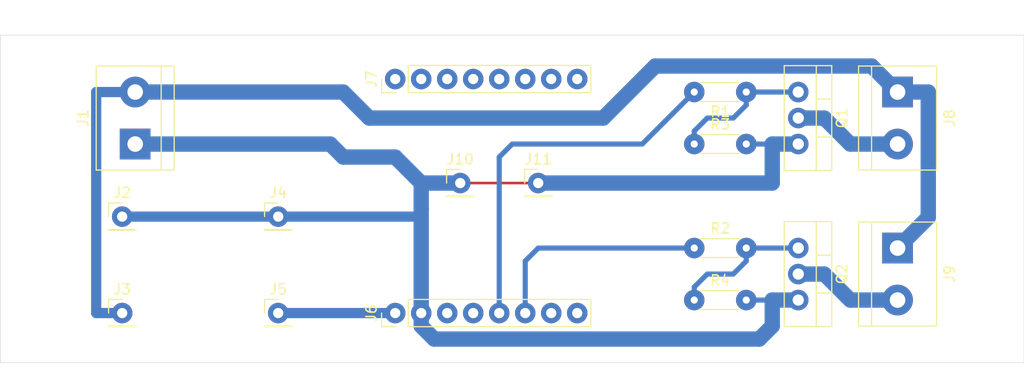
<source format=kicad_pcb>
(kicad_pcb (version 20171130) (host pcbnew "(5.1.7)-1")

  (general
    (thickness 1.6)
    (drawings 4)
    (tracks 59)
    (zones 0)
    (modules 17)
    (nets 10)
  )

  (page A4)
  (layers
    (0 F.Cu signal)
    (31 B.Cu signal)
    (32 B.Adhes user)
    (33 F.Adhes user)
    (34 B.Paste user)
    (35 F.Paste user)
    (36 B.SilkS user)
    (37 F.SilkS user)
    (38 B.Mask user)
    (39 F.Mask user)
    (40 Dwgs.User user)
    (41 Cmts.User user)
    (42 Eco1.User user)
    (43 Eco2.User user)
    (44 Edge.Cuts user)
    (45 Margin user)
    (46 B.CrtYd user)
    (47 F.CrtYd user)
    (48 B.Fab user)
    (49 F.Fab user)
  )

  (setup
    (last_trace_width 0.5)
    (user_trace_width 0.5)
    (user_trace_width 0.75)
    (user_trace_width 1)
    (user_trace_width 1.5)
    (user_trace_width 2)
    (trace_clearance 0.2)
    (zone_clearance 0.508)
    (zone_45_only no)
    (trace_min 0.2)
    (via_size 0.8)
    (via_drill 0.4)
    (via_min_size 0.4)
    (via_min_drill 0.3)
    (uvia_size 0.3)
    (uvia_drill 0.1)
    (uvias_allowed no)
    (uvia_min_size 0.2)
    (uvia_min_drill 0.1)
    (edge_width 0.05)
    (segment_width 0.2)
    (pcb_text_width 0.3)
    (pcb_text_size 1.5 1.5)
    (mod_edge_width 0.12)
    (mod_text_size 1 1)
    (mod_text_width 0.15)
    (pad_size 2 2)
    (pad_drill 1.1)
    (pad_to_mask_clearance 0)
    (aux_axis_origin 0 0)
    (visible_elements FFFFFF7F)
    (pcbplotparams
      (layerselection 0x010fc_ffffffff)
      (usegerberextensions false)
      (usegerberattributes true)
      (usegerberadvancedattributes true)
      (creategerberjobfile true)
      (excludeedgelayer true)
      (linewidth 0.100000)
      (plotframeref false)
      (viasonmask false)
      (mode 1)
      (useauxorigin false)
      (hpglpennumber 1)
      (hpglpenspeed 20)
      (hpglpendiameter 15.000000)
      (psnegative false)
      (psa4output false)
      (plotreference true)
      (plotvalue true)
      (plotinvisibletext false)
      (padsonsilk false)
      (subtractmaskfromsilk false)
      (outputformat 1)
      (mirror false)
      (drillshape 1)
      (scaleselection 1)
      (outputdirectory ""))
  )

  (net 0 "")
  (net 1 /gnd)
  (net 2 /12vdc)
  (net 3 /5vdc)
  (net 4 "Net-(Q1-Pad1)")
  (net 5 "Net-(Q2-Pad1)")
  (net 6 /d1)
  (net 7 /d2)
  (net 8 /led1)
  (net 9 /led2)

  (net_class Default "This is the default net class."
    (clearance 0.2)
    (trace_width 0.25)
    (via_dia 0.8)
    (via_drill 0.4)
    (uvia_dia 0.3)
    (uvia_drill 0.1)
    (add_net /12vdc)
    (add_net /5vdc)
    (add_net /d1)
    (add_net /d2)
    (add_net /gnd)
    (add_net /led1)
    (add_net /led2)
    (add_net "Net-(Q1-Pad1)")
    (add_net "Net-(Q2-Pad1)")
  )

  (module TerminalBlock:TerminalBlock_bornier-2_P5.08mm (layer F.Cu) (tedit 59FF03AB) (tstamp 5FFF3470)
    (at 43.18 40.64 90)
    (descr "simple 2-pin terminal block, pitch 5.08mm, revamped version of bornier2")
    (tags "terminal block bornier2")
    (path /5FFF1EFF)
    (fp_text reference J1 (at 2.54 -5.08 90) (layer F.SilkS)
      (effects (font (size 1 1) (thickness 0.15)))
    )
    (fp_text value Screw_Terminal_01x02 (at 2.54 5.08 90) (layer F.Fab)
      (effects (font (size 1 1) (thickness 0.15)))
    )
    (fp_line (start 7.79 4) (end -2.71 4) (layer F.CrtYd) (width 0.05))
    (fp_line (start 7.79 4) (end 7.79 -4) (layer F.CrtYd) (width 0.05))
    (fp_line (start -2.71 -4) (end -2.71 4) (layer F.CrtYd) (width 0.05))
    (fp_line (start -2.71 -4) (end 7.79 -4) (layer F.CrtYd) (width 0.05))
    (fp_line (start -2.54 3.81) (end 7.62 3.81) (layer F.SilkS) (width 0.12))
    (fp_line (start -2.54 -3.81) (end -2.54 3.81) (layer F.SilkS) (width 0.12))
    (fp_line (start 7.62 -3.81) (end -2.54 -3.81) (layer F.SilkS) (width 0.12))
    (fp_line (start 7.62 3.81) (end 7.62 -3.81) (layer F.SilkS) (width 0.12))
    (fp_line (start 7.62 2.54) (end -2.54 2.54) (layer F.SilkS) (width 0.12))
    (fp_line (start 7.54 -3.75) (end -2.46 -3.75) (layer F.Fab) (width 0.1))
    (fp_line (start 7.54 3.75) (end 7.54 -3.75) (layer F.Fab) (width 0.1))
    (fp_line (start -2.46 3.75) (end 7.54 3.75) (layer F.Fab) (width 0.1))
    (fp_line (start -2.46 -3.75) (end -2.46 3.75) (layer F.Fab) (width 0.1))
    (fp_line (start -2.41 2.55) (end 7.49 2.55) (layer F.Fab) (width 0.1))
    (fp_text user %R (at 2.54 0 90) (layer F.Fab)
      (effects (font (size 1 1) (thickness 0.15)))
    )
    (pad 1 thru_hole rect (at 0 0 90) (size 3 3) (drill 1.52) (layers *.Cu *.Mask)
      (net 1 /gnd))
    (pad 2 thru_hole circle (at 5.08 0 90) (size 3 3) (drill 1.52) (layers *.Cu *.Mask)
      (net 2 /12vdc))
    (model ${KISYS3DMOD}/TerminalBlock.3dshapes/TerminalBlock_bornier-2_P5.08mm.wrl
      (offset (xyz 2.539999961853027 0 0))
      (scale (xyz 1 1 1))
      (rotate (xyz 0 0 0))
    )
  )

  (module Connector_PinHeader_2.54mm:PinHeader_1x01_P2.54mm_Vertical (layer F.Cu) (tedit 5FFF407E) (tstamp 5FFF3485)
    (at 41.91 47.73)
    (descr "Through hole straight pin header, 1x01, 2.54mm pitch, single row")
    (tags "Through hole pin header THT 1x01 2.54mm single row")
    (path /600083E8)
    (fp_text reference J2 (at 0 -2.33) (layer F.SilkS)
      (effects (font (size 1 1) (thickness 0.15)))
    )
    (fp_text value Conn_01x01 (at 0 2.33) (layer F.Fab)
      (effects (font (size 1 1) (thickness 0.15)))
    )
    (fp_text user %R (at 0 0 90) (layer F.Fab)
      (effects (font (size 1 1) (thickness 0.15)))
    )
    (fp_line (start -0.635 -1.27) (end 1.27 -1.27) (layer F.Fab) (width 0.1))
    (fp_line (start 1.27 -1.27) (end 1.27 1.27) (layer F.Fab) (width 0.1))
    (fp_line (start 1.27 1.27) (end -1.27 1.27) (layer F.Fab) (width 0.1))
    (fp_line (start -1.27 1.27) (end -1.27 -0.635) (layer F.Fab) (width 0.1))
    (fp_line (start -1.27 -0.635) (end -0.635 -1.27) (layer F.Fab) (width 0.1))
    (fp_line (start -1.33 1.33) (end 1.33 1.33) (layer F.SilkS) (width 0.12))
    (fp_line (start -1.33 1.27) (end -1.33 1.33) (layer F.SilkS) (width 0.12))
    (fp_line (start 1.33 1.27) (end 1.33 1.33) (layer F.SilkS) (width 0.12))
    (fp_line (start -1.33 1.27) (end 1.33 1.27) (layer F.SilkS) (width 0.12))
    (fp_line (start -1.33 0) (end -1.33 -1.33) (layer F.SilkS) (width 0.12))
    (fp_line (start -1.33 -1.33) (end 0 -1.33) (layer F.SilkS) (width 0.12))
    (fp_line (start -1.8 -1.8) (end -1.8 1.8) (layer F.CrtYd) (width 0.05))
    (fp_line (start -1.8 1.8) (end 1.8 1.8) (layer F.CrtYd) (width 0.05))
    (fp_line (start 1.8 1.8) (end 1.8 -1.8) (layer F.CrtYd) (width 0.05))
    (fp_line (start 1.8 -1.8) (end -1.8 -1.8) (layer F.CrtYd) (width 0.05))
    (pad 1 thru_hole circle (at 0 0) (size 2 2) (drill 1) (layers *.Cu *.Mask)
      (net 1 /gnd))
    (model ${KISYS3DMOD}/Connector_PinHeader_2.54mm.3dshapes/PinHeader_1x01_P2.54mm_Vertical.wrl
      (at (xyz 0 0 0))
      (scale (xyz 1 1 1))
      (rotate (xyz 0 0 0))
    )
  )

  (module Connector_PinHeader_2.54mm:PinHeader_1x01_P2.54mm_Vertical (layer F.Cu) (tedit 5FFF3F48) (tstamp 5FFF349A)
    (at 41.91 57.15)
    (descr "Through hole straight pin header, 1x01, 2.54mm pitch, single row")
    (tags "Through hole pin header THT 1x01 2.54mm single row")
    (path /60008C9C)
    (fp_text reference J3 (at 0 -2.33) (layer F.SilkS)
      (effects (font (size 1 1) (thickness 0.15)))
    )
    (fp_text value Conn_01x01 (at 0 2.33) (layer F.Fab)
      (effects (font (size 1 1) (thickness 0.15)))
    )
    (fp_text user %R (at 0 0 90) (layer F.Fab)
      (effects (font (size 1 1) (thickness 0.15)))
    )
    (fp_line (start -0.635 -1.27) (end 1.27 -1.27) (layer F.Fab) (width 0.1))
    (fp_line (start 1.27 -1.27) (end 1.27 1.27) (layer F.Fab) (width 0.1))
    (fp_line (start 1.27 1.27) (end -1.27 1.27) (layer F.Fab) (width 0.1))
    (fp_line (start -1.27 1.27) (end -1.27 -0.635) (layer F.Fab) (width 0.1))
    (fp_line (start -1.27 -0.635) (end -0.635 -1.27) (layer F.Fab) (width 0.1))
    (fp_line (start -1.33 1.33) (end 1.33 1.33) (layer F.SilkS) (width 0.12))
    (fp_line (start -1.33 1.27) (end -1.33 1.33) (layer F.SilkS) (width 0.12))
    (fp_line (start 1.33 1.27) (end 1.33 1.33) (layer F.SilkS) (width 0.12))
    (fp_line (start -1.33 1.27) (end 1.33 1.27) (layer F.SilkS) (width 0.12))
    (fp_line (start -1.33 0) (end -1.33 -1.33) (layer F.SilkS) (width 0.12))
    (fp_line (start -1.33 -1.33) (end 0 -1.33) (layer F.SilkS) (width 0.12))
    (fp_line (start -1.8 -1.8) (end -1.8 1.8) (layer F.CrtYd) (width 0.05))
    (fp_line (start -1.8 1.8) (end 1.8 1.8) (layer F.CrtYd) (width 0.05))
    (fp_line (start 1.8 1.8) (end 1.8 -1.8) (layer F.CrtYd) (width 0.05))
    (fp_line (start 1.8 -1.8) (end -1.8 -1.8) (layer F.CrtYd) (width 0.05))
    (pad 1 thru_hole circle (at 0 0) (size 2 2) (drill 1) (layers *.Cu *.Mask)
      (net 2 /12vdc))
    (model ${KISYS3DMOD}/Connector_PinHeader_2.54mm.3dshapes/PinHeader_1x01_P2.54mm_Vertical.wrl
      (at (xyz 0 0 0))
      (scale (xyz 1 1 1))
      (rotate (xyz 0 0 0))
    )
  )

  (module Connector_PinHeader_2.54mm:PinHeader_1x01_P2.54mm_Vertical (layer F.Cu) (tedit 59FED5CC) (tstamp 5FFF34AF)
    (at 57.15 47.73)
    (descr "Through hole straight pin header, 1x01, 2.54mm pitch, single row")
    (tags "Through hole pin header THT 1x01 2.54mm single row")
    (path /60009069)
    (fp_text reference J4 (at 0 -2.33) (layer F.SilkS)
      (effects (font (size 1 1) (thickness 0.15)))
    )
    (fp_text value Conn_01x01 (at 0 2.33) (layer F.Fab)
      (effects (font (size 1 1) (thickness 0.15)))
    )
    (fp_line (start 1.8 -1.8) (end -1.8 -1.8) (layer F.CrtYd) (width 0.05))
    (fp_line (start 1.8 1.8) (end 1.8 -1.8) (layer F.CrtYd) (width 0.05))
    (fp_line (start -1.8 1.8) (end 1.8 1.8) (layer F.CrtYd) (width 0.05))
    (fp_line (start -1.8 -1.8) (end -1.8 1.8) (layer F.CrtYd) (width 0.05))
    (fp_line (start -1.33 -1.33) (end 0 -1.33) (layer F.SilkS) (width 0.12))
    (fp_line (start -1.33 0) (end -1.33 -1.33) (layer F.SilkS) (width 0.12))
    (fp_line (start -1.33 1.27) (end 1.33 1.27) (layer F.SilkS) (width 0.12))
    (fp_line (start 1.33 1.27) (end 1.33 1.33) (layer F.SilkS) (width 0.12))
    (fp_line (start -1.33 1.27) (end -1.33 1.33) (layer F.SilkS) (width 0.12))
    (fp_line (start -1.33 1.33) (end 1.33 1.33) (layer F.SilkS) (width 0.12))
    (fp_line (start -1.27 -0.635) (end -0.635 -1.27) (layer F.Fab) (width 0.1))
    (fp_line (start -1.27 1.27) (end -1.27 -0.635) (layer F.Fab) (width 0.1))
    (fp_line (start 1.27 1.27) (end -1.27 1.27) (layer F.Fab) (width 0.1))
    (fp_line (start 1.27 -1.27) (end 1.27 1.27) (layer F.Fab) (width 0.1))
    (fp_line (start -0.635 -1.27) (end 1.27 -1.27) (layer F.Fab) (width 0.1))
    (fp_text user %R (at 0 0 90) (layer F.Fab)
      (effects (font (size 1 1) (thickness 0.15)))
    )
    (pad 1 thru_hole circle (at 0 0) (size 2 2) (drill 1) (layers *.Cu *.Mask)
      (net 1 /gnd))
    (model ${KISYS3DMOD}/Connector_PinHeader_2.54mm.3dshapes/PinHeader_1x01_P2.54mm_Vertical.wrl
      (at (xyz 0 0 0))
      (scale (xyz 1 1 1))
      (rotate (xyz 0 0 0))
    )
  )

  (module Connector_PinHeader_2.54mm:PinHeader_1x01_P2.54mm_Vertical (layer F.Cu) (tedit 59FED5CC) (tstamp 5FFF34C4)
    (at 57.15 57.15)
    (descr "Through hole straight pin header, 1x01, 2.54mm pitch, single row")
    (tags "Through hole pin header THT 1x01 2.54mm single row")
    (path /60008E88)
    (fp_text reference J5 (at 0 -2.33) (layer F.SilkS)
      (effects (font (size 1 1) (thickness 0.15)))
    )
    (fp_text value Conn_01x01 (at 0 2.33) (layer F.Fab)
      (effects (font (size 1 1) (thickness 0.15)))
    )
    (fp_line (start 1.8 -1.8) (end -1.8 -1.8) (layer F.CrtYd) (width 0.05))
    (fp_line (start 1.8 1.8) (end 1.8 -1.8) (layer F.CrtYd) (width 0.05))
    (fp_line (start -1.8 1.8) (end 1.8 1.8) (layer F.CrtYd) (width 0.05))
    (fp_line (start -1.8 -1.8) (end -1.8 1.8) (layer F.CrtYd) (width 0.05))
    (fp_line (start -1.33 -1.33) (end 0 -1.33) (layer F.SilkS) (width 0.12))
    (fp_line (start -1.33 0) (end -1.33 -1.33) (layer F.SilkS) (width 0.12))
    (fp_line (start -1.33 1.27) (end 1.33 1.27) (layer F.SilkS) (width 0.12))
    (fp_line (start 1.33 1.27) (end 1.33 1.33) (layer F.SilkS) (width 0.12))
    (fp_line (start -1.33 1.27) (end -1.33 1.33) (layer F.SilkS) (width 0.12))
    (fp_line (start -1.33 1.33) (end 1.33 1.33) (layer F.SilkS) (width 0.12))
    (fp_line (start -1.27 -0.635) (end -0.635 -1.27) (layer F.Fab) (width 0.1))
    (fp_line (start -1.27 1.27) (end -1.27 -0.635) (layer F.Fab) (width 0.1))
    (fp_line (start 1.27 1.27) (end -1.27 1.27) (layer F.Fab) (width 0.1))
    (fp_line (start 1.27 -1.27) (end 1.27 1.27) (layer F.Fab) (width 0.1))
    (fp_line (start -0.635 -1.27) (end 1.27 -1.27) (layer F.Fab) (width 0.1))
    (fp_text user %R (at 0 0 90) (layer F.Fab)
      (effects (font (size 1 1) (thickness 0.15)))
    )
    (pad 1 thru_hole circle (at 0 0) (size 2 2) (drill 1) (layers *.Cu *.Mask)
      (net 3 /5vdc))
    (model ${KISYS3DMOD}/Connector_PinHeader_2.54mm.3dshapes/PinHeader_1x01_P2.54mm_Vertical.wrl
      (at (xyz 0 0 0))
      (scale (xyz 1 1 1))
      (rotate (xyz 0 0 0))
    )
  )

  (module Connector_PinHeader_2.54mm:PinHeader_1x08_P2.54mm_Vertical (layer F.Cu) (tedit 5FFF4047) (tstamp 5FFF34E0)
    (at 68.58 57.15 90)
    (descr "Through hole straight pin header, 1x08, 2.54mm pitch, single row")
    (tags "Through hole pin header THT 1x08 2.54mm single row")
    (path /5FFF99DA)
    (fp_text reference J6 (at 0 -2.33 90) (layer F.SilkS)
      (effects (font (size 1 1) (thickness 0.15)))
    )
    (fp_text value Conn_01x08_Female (at 0 20.11 90) (layer F.Fab)
      (effects (font (size 1 1) (thickness 0.15)))
    )
    (fp_text user %R (at 0 8.89) (layer F.Fab)
      (effects (font (size 1 1) (thickness 0.15)))
    )
    (fp_line (start -0.635 -1.27) (end 1.27 -1.27) (layer F.Fab) (width 0.1))
    (fp_line (start 1.27 -1.27) (end 1.27 19.05) (layer F.Fab) (width 0.1))
    (fp_line (start 1.27 19.05) (end -1.27 19.05) (layer F.Fab) (width 0.1))
    (fp_line (start -1.27 19.05) (end -1.27 -0.635) (layer F.Fab) (width 0.1))
    (fp_line (start -1.27 -0.635) (end -0.635 -1.27) (layer F.Fab) (width 0.1))
    (fp_line (start -1.33 19.11) (end 1.33 19.11) (layer F.SilkS) (width 0.12))
    (fp_line (start -1.33 1.27) (end -1.33 19.11) (layer F.SilkS) (width 0.12))
    (fp_line (start 1.33 1.27) (end 1.33 19.11) (layer F.SilkS) (width 0.12))
    (fp_line (start -1.33 1.27) (end 1.33 1.27) (layer F.SilkS) (width 0.12))
    (fp_line (start -1.33 0) (end -1.33 -1.33) (layer F.SilkS) (width 0.12))
    (fp_line (start -1.33 -1.33) (end 0 -1.33) (layer F.SilkS) (width 0.12))
    (fp_line (start -1.8 -1.8) (end -1.8 19.55) (layer F.CrtYd) (width 0.05))
    (fp_line (start -1.8 19.55) (end 1.8 19.55) (layer F.CrtYd) (width 0.05))
    (fp_line (start 1.8 19.55) (end 1.8 -1.8) (layer F.CrtYd) (width 0.05))
    (fp_line (start 1.8 -1.8) (end -1.8 -1.8) (layer F.CrtYd) (width 0.05))
    (pad 8 thru_hole circle (at 0 17.78 90) (size 2 2) (drill 1) (layers *.Cu *.Mask))
    (pad 7 thru_hole circle (at 0 15.24 90) (size 2 2) (drill 1) (layers *.Cu *.Mask))
    (pad 6 thru_hole circle (at 0 12.7 90) (size 2 2) (drill 1) (layers *.Cu *.Mask)
      (net 6 /d1))
    (pad 5 thru_hole circle (at 0 10.16 90) (size 2 2) (drill 1) (layers *.Cu *.Mask)
      (net 7 /d2))
    (pad 4 thru_hole circle (at 0 7.62 90) (size 2 2) (drill 1) (layers *.Cu *.Mask))
    (pad 3 thru_hole circle (at 0 5.08 90) (size 2 2) (drill 1) (layers *.Cu *.Mask))
    (pad 2 thru_hole circle (at 0 2.54 90) (size 2 2) (drill 1) (layers *.Cu *.Mask)
      (net 1 /gnd))
    (pad 1 thru_hole circle (at 0 0 90) (size 2 2) (drill 1) (layers *.Cu *.Mask)
      (net 3 /5vdc))
    (model ${KISYS3DMOD}/Connector_PinHeader_2.54mm.3dshapes/PinHeader_1x08_P2.54mm_Vertical.wrl
      (at (xyz 0 0 0))
      (scale (xyz 1 1 1))
      (rotate (xyz 0 0 0))
    )
  )

  (module Connector_PinHeader_2.54mm:PinHeader_1x08_P2.54mm_Vertical (layer F.Cu) (tedit 5FFF403E) (tstamp 5FFF34FC)
    (at 68.58 34.29 90)
    (descr "Through hole straight pin header, 1x08, 2.54mm pitch, single row")
    (tags "Through hole pin header THT 1x08 2.54mm single row")
    (path /5FFF8014)
    (fp_text reference J7 (at 0 -2.33 90) (layer F.SilkS)
      (effects (font (size 1 1) (thickness 0.15)))
    )
    (fp_text value Conn_01x08_Female (at 0 20.11 90) (layer F.Fab)
      (effects (font (size 1 1) (thickness 0.15)))
    )
    (fp_line (start 1.8 -1.8) (end -1.8 -1.8) (layer F.CrtYd) (width 0.05))
    (fp_line (start 1.8 19.55) (end 1.8 -1.8) (layer F.CrtYd) (width 0.05))
    (fp_line (start -1.8 19.55) (end 1.8 19.55) (layer F.CrtYd) (width 0.05))
    (fp_line (start -1.8 -1.8) (end -1.8 19.55) (layer F.CrtYd) (width 0.05))
    (fp_line (start -1.33 -1.33) (end 0 -1.33) (layer F.SilkS) (width 0.12))
    (fp_line (start -1.33 0) (end -1.33 -1.33) (layer F.SilkS) (width 0.12))
    (fp_line (start -1.33 1.27) (end 1.33 1.27) (layer F.SilkS) (width 0.12))
    (fp_line (start 1.33 1.27) (end 1.33 19.11) (layer F.SilkS) (width 0.12))
    (fp_line (start -1.33 1.27) (end -1.33 19.11) (layer F.SilkS) (width 0.12))
    (fp_line (start -1.33 19.11) (end 1.33 19.11) (layer F.SilkS) (width 0.12))
    (fp_line (start -1.27 -0.635) (end -0.635 -1.27) (layer F.Fab) (width 0.1))
    (fp_line (start -1.27 19.05) (end -1.27 -0.635) (layer F.Fab) (width 0.1))
    (fp_line (start 1.27 19.05) (end -1.27 19.05) (layer F.Fab) (width 0.1))
    (fp_line (start 1.27 -1.27) (end 1.27 19.05) (layer F.Fab) (width 0.1))
    (fp_line (start -0.635 -1.27) (end 1.27 -1.27) (layer F.Fab) (width 0.1))
    (fp_text user %R (at 0 8.89) (layer F.Fab)
      (effects (font (size 1 1) (thickness 0.15)))
    )
    (pad 1 thru_hole circle (at 0 0 90) (size 2 2) (drill 1) (layers *.Cu *.Mask))
    (pad 2 thru_hole circle (at 0 2.54 90) (size 2 2) (drill 1) (layers *.Cu *.Mask))
    (pad 3 thru_hole circle (at 0 5.08 90) (size 2 2) (drill 1) (layers *.Cu *.Mask))
    (pad 4 thru_hole circle (at 0 7.62 90) (size 2 2) (drill 1) (layers *.Cu *.Mask))
    (pad 5 thru_hole circle (at 0 10.16 90) (size 2 2) (drill 1) (layers *.Cu *.Mask))
    (pad 6 thru_hole circle (at 0 12.7 90) (size 2 2) (drill 1) (layers *.Cu *.Mask))
    (pad 7 thru_hole circle (at 0 15.24 90) (size 2 2) (drill 1) (layers *.Cu *.Mask))
    (pad 8 thru_hole circle (at 0 17.78 90) (size 2 2) (drill 1) (layers *.Cu *.Mask))
    (model ${KISYS3DMOD}/Connector_PinHeader_2.54mm.3dshapes/PinHeader_1x08_P2.54mm_Vertical.wrl
      (at (xyz 0 0 0))
      (scale (xyz 1 1 1))
      (rotate (xyz 0 0 0))
    )
  )

  (module TerminalBlock:TerminalBlock_bornier-2_P5.08mm (layer F.Cu) (tedit 59FF03AB) (tstamp 5FFF3511)
    (at 117.65 35.56 270)
    (descr "simple 2-pin terminal block, pitch 5.08mm, revamped version of bornier2")
    (tags "terminal block bornier2")
    (path /5FFF4030)
    (fp_text reference J8 (at 2.54 -5.08 90) (layer F.SilkS)
      (effects (font (size 1 1) (thickness 0.15)))
    )
    (fp_text value Screw_Terminal_01x02 (at 2.54 5.08 90) (layer F.Fab)
      (effects (font (size 1 1) (thickness 0.15)))
    )
    (fp_text user %R (at 2.54 0 90) (layer F.Fab)
      (effects (font (size 1 1) (thickness 0.15)))
    )
    (fp_line (start -2.41 2.55) (end 7.49 2.55) (layer F.Fab) (width 0.1))
    (fp_line (start -2.46 -3.75) (end -2.46 3.75) (layer F.Fab) (width 0.1))
    (fp_line (start -2.46 3.75) (end 7.54 3.75) (layer F.Fab) (width 0.1))
    (fp_line (start 7.54 3.75) (end 7.54 -3.75) (layer F.Fab) (width 0.1))
    (fp_line (start 7.54 -3.75) (end -2.46 -3.75) (layer F.Fab) (width 0.1))
    (fp_line (start 7.62 2.54) (end -2.54 2.54) (layer F.SilkS) (width 0.12))
    (fp_line (start 7.62 3.81) (end 7.62 -3.81) (layer F.SilkS) (width 0.12))
    (fp_line (start 7.62 -3.81) (end -2.54 -3.81) (layer F.SilkS) (width 0.12))
    (fp_line (start -2.54 -3.81) (end -2.54 3.81) (layer F.SilkS) (width 0.12))
    (fp_line (start -2.54 3.81) (end 7.62 3.81) (layer F.SilkS) (width 0.12))
    (fp_line (start -2.71 -4) (end 7.79 -4) (layer F.CrtYd) (width 0.05))
    (fp_line (start -2.71 -4) (end -2.71 4) (layer F.CrtYd) (width 0.05))
    (fp_line (start 7.79 4) (end 7.79 -4) (layer F.CrtYd) (width 0.05))
    (fp_line (start 7.79 4) (end -2.71 4) (layer F.CrtYd) (width 0.05))
    (pad 2 thru_hole circle (at 5.08 0 270) (size 3 3) (drill 1.52) (layers *.Cu *.Mask)
      (net 8 /led1))
    (pad 1 thru_hole rect (at 0 0 270) (size 3 3) (drill 1.52) (layers *.Cu *.Mask)
      (net 2 /12vdc))
    (model ${KISYS3DMOD}/TerminalBlock.3dshapes/TerminalBlock_bornier-2_P5.08mm.wrl
      (offset (xyz 2.539999961853027 0 0))
      (scale (xyz 1 1 1))
      (rotate (xyz 0 0 0))
    )
  )

  (module TerminalBlock:TerminalBlock_bornier-2_P5.08mm (layer F.Cu) (tedit 59FF03AB) (tstamp 5FFF3526)
    (at 117.65 50.8 270)
    (descr "simple 2-pin terminal block, pitch 5.08mm, revamped version of bornier2")
    (tags "terminal block bornier2")
    (path /5FFF579D)
    (fp_text reference J9 (at 2.54 -5.08 90) (layer F.SilkS)
      (effects (font (size 1 1) (thickness 0.15)))
    )
    (fp_text value Screw_Terminal_01x02 (at 2.54 5.08 90) (layer F.Fab)
      (effects (font (size 1 1) (thickness 0.15)))
    )
    (fp_line (start 7.79 4) (end -2.71 4) (layer F.CrtYd) (width 0.05))
    (fp_line (start 7.79 4) (end 7.79 -4) (layer F.CrtYd) (width 0.05))
    (fp_line (start -2.71 -4) (end -2.71 4) (layer F.CrtYd) (width 0.05))
    (fp_line (start -2.71 -4) (end 7.79 -4) (layer F.CrtYd) (width 0.05))
    (fp_line (start -2.54 3.81) (end 7.62 3.81) (layer F.SilkS) (width 0.12))
    (fp_line (start -2.54 -3.81) (end -2.54 3.81) (layer F.SilkS) (width 0.12))
    (fp_line (start 7.62 -3.81) (end -2.54 -3.81) (layer F.SilkS) (width 0.12))
    (fp_line (start 7.62 3.81) (end 7.62 -3.81) (layer F.SilkS) (width 0.12))
    (fp_line (start 7.62 2.54) (end -2.54 2.54) (layer F.SilkS) (width 0.12))
    (fp_line (start 7.54 -3.75) (end -2.46 -3.75) (layer F.Fab) (width 0.1))
    (fp_line (start 7.54 3.75) (end 7.54 -3.75) (layer F.Fab) (width 0.1))
    (fp_line (start -2.46 3.75) (end 7.54 3.75) (layer F.Fab) (width 0.1))
    (fp_line (start -2.46 -3.75) (end -2.46 3.75) (layer F.Fab) (width 0.1))
    (fp_line (start -2.41 2.55) (end 7.49 2.55) (layer F.Fab) (width 0.1))
    (fp_text user %R (at 2.54 0 90) (layer F.Fab)
      (effects (font (size 1 1) (thickness 0.15)))
    )
    (pad 1 thru_hole rect (at 0 0 270) (size 3 3) (drill 1.52) (layers *.Cu *.Mask)
      (net 2 /12vdc))
    (pad 2 thru_hole circle (at 5.08 0 270) (size 3 3) (drill 1.52) (layers *.Cu *.Mask)
      (net 9 /led2))
    (model ${KISYS3DMOD}/TerminalBlock.3dshapes/TerminalBlock_bornier-2_P5.08mm.wrl
      (offset (xyz 2.539999961853027 0 0))
      (scale (xyz 1 1 1))
      (rotate (xyz 0 0 0))
    )
  )

  (module Package_TO_SOT_THT:TO-220-3_Vertical (layer F.Cu) (tedit 5FFF408D) (tstamp 5FFF3540)
    (at 107.95 35.56 270)
    (descr "TO-220-3, Vertical, RM 2.54mm, see https://www.vishay.com/docs/66542/to-220-1.pdf")
    (tags "TO-220-3 Vertical RM 2.54mm")
    (path /5FFF5E64)
    (fp_text reference Q1 (at 2.54 -4.27 90) (layer F.SilkS)
      (effects (font (size 1 1) (thickness 0.15)))
    )
    (fp_text value IRLZ44N (at 2.54 2.5 90) (layer F.Fab)
      (effects (font (size 1 1) (thickness 0.15)))
    )
    (fp_line (start 7.79 -3.4) (end -2.71 -3.4) (layer F.CrtYd) (width 0.05))
    (fp_line (start 7.79 1.51) (end 7.79 -3.4) (layer F.CrtYd) (width 0.05))
    (fp_line (start -2.71 1.51) (end 7.79 1.51) (layer F.CrtYd) (width 0.05))
    (fp_line (start -2.71 -3.4) (end -2.71 1.51) (layer F.CrtYd) (width 0.05))
    (fp_line (start 4.391 -3.27) (end 4.391 -1.76) (layer F.SilkS) (width 0.12))
    (fp_line (start 0.69 -3.27) (end 0.69 -1.76) (layer F.SilkS) (width 0.12))
    (fp_line (start -2.58 -1.76) (end 7.66 -1.76) (layer F.SilkS) (width 0.12))
    (fp_line (start 7.66 -3.27) (end 7.66 1.371) (layer F.SilkS) (width 0.12))
    (fp_line (start -2.58 -3.27) (end -2.58 1.371) (layer F.SilkS) (width 0.12))
    (fp_line (start -2.58 1.371) (end 7.66 1.371) (layer F.SilkS) (width 0.12))
    (fp_line (start -2.58 -3.27) (end 7.66 -3.27) (layer F.SilkS) (width 0.12))
    (fp_line (start 4.39 -3.15) (end 4.39 -1.88) (layer F.Fab) (width 0.1))
    (fp_line (start 0.69 -3.15) (end 0.69 -1.88) (layer F.Fab) (width 0.1))
    (fp_line (start -2.46 -1.88) (end 7.54 -1.88) (layer F.Fab) (width 0.1))
    (fp_line (start 7.54 -3.15) (end -2.46 -3.15) (layer F.Fab) (width 0.1))
    (fp_line (start 7.54 1.25) (end 7.54 -3.15) (layer F.Fab) (width 0.1))
    (fp_line (start -2.46 1.25) (end 7.54 1.25) (layer F.Fab) (width 0.1))
    (fp_line (start -2.46 -3.15) (end -2.46 1.25) (layer F.Fab) (width 0.1))
    (fp_text user %R (at 2.54 -4.27 90) (layer F.Fab)
      (effects (font (size 1 1) (thickness 0.15)))
    )
    (pad 1 thru_hole circle (at 0 0 270) (size 2 2) (drill 1.1) (layers *.Cu *.Mask)
      (net 4 "Net-(Q1-Pad1)"))
    (pad 2 thru_hole circle (at 2.54 0 270) (size 2 2) (drill 1.1) (layers *.Cu *.Mask)
      (net 8 /led1))
    (pad 3 thru_hole circle (at 5.08 0 270) (size 2 2) (drill 1.1) (layers *.Cu *.Mask)
      (net 1 /gnd))
    (model ${KISYS3DMOD}/Package_TO_SOT_THT.3dshapes/TO-220-3_Vertical.wrl
      (at (xyz 0 0 0))
      (scale (xyz 1 1 1))
      (rotate (xyz 0 0 0))
    )
  )

  (module Package_TO_SOT_THT:TO-220-3_Vertical (layer F.Cu) (tedit 5AC8BA0D) (tstamp 5FFF355A)
    (at 107.95 50.8 270)
    (descr "TO-220-3, Vertical, RM 2.54mm, see https://www.vishay.com/docs/66542/to-220-1.pdf")
    (tags "TO-220-3 Vertical RM 2.54mm")
    (path /5FFF657F)
    (fp_text reference Q2 (at 2.54 -4.27 90) (layer F.SilkS)
      (effects (font (size 1 1) (thickness 0.15)))
    )
    (fp_text value IRLZ44N (at 2.54 2.5 90) (layer F.Fab)
      (effects (font (size 1 1) (thickness 0.15)))
    )
    (fp_text user %R (at 2.54 -4.27 90) (layer F.Fab)
      (effects (font (size 1 1) (thickness 0.15)))
    )
    (fp_line (start -2.46 -3.15) (end -2.46 1.25) (layer F.Fab) (width 0.1))
    (fp_line (start -2.46 1.25) (end 7.54 1.25) (layer F.Fab) (width 0.1))
    (fp_line (start 7.54 1.25) (end 7.54 -3.15) (layer F.Fab) (width 0.1))
    (fp_line (start 7.54 -3.15) (end -2.46 -3.15) (layer F.Fab) (width 0.1))
    (fp_line (start -2.46 -1.88) (end 7.54 -1.88) (layer F.Fab) (width 0.1))
    (fp_line (start 0.69 -3.15) (end 0.69 -1.88) (layer F.Fab) (width 0.1))
    (fp_line (start 4.39 -3.15) (end 4.39 -1.88) (layer F.Fab) (width 0.1))
    (fp_line (start -2.58 -3.27) (end 7.66 -3.27) (layer F.SilkS) (width 0.12))
    (fp_line (start -2.58 1.371) (end 7.66 1.371) (layer F.SilkS) (width 0.12))
    (fp_line (start -2.58 -3.27) (end -2.58 1.371) (layer F.SilkS) (width 0.12))
    (fp_line (start 7.66 -3.27) (end 7.66 1.371) (layer F.SilkS) (width 0.12))
    (fp_line (start -2.58 -1.76) (end 7.66 -1.76) (layer F.SilkS) (width 0.12))
    (fp_line (start 0.69 -3.27) (end 0.69 -1.76) (layer F.SilkS) (width 0.12))
    (fp_line (start 4.391 -3.27) (end 4.391 -1.76) (layer F.SilkS) (width 0.12))
    (fp_line (start -2.71 -3.4) (end -2.71 1.51) (layer F.CrtYd) (width 0.05))
    (fp_line (start -2.71 1.51) (end 7.79 1.51) (layer F.CrtYd) (width 0.05))
    (fp_line (start 7.79 1.51) (end 7.79 -3.4) (layer F.CrtYd) (width 0.05))
    (fp_line (start 7.79 -3.4) (end -2.71 -3.4) (layer F.CrtYd) (width 0.05))
    (pad 3 thru_hole circle (at 5.08 0 270) (size 2 2) (drill 1.1) (layers *.Cu *.Mask)
      (net 1 /gnd))
    (pad 2 thru_hole circle (at 2.54 0 270) (size 2 2) (drill 1.1) (layers *.Cu *.Mask)
      (net 9 /led2))
    (pad 1 thru_hole circle (at 0 0 270) (size 2 2) (drill 1.1) (layers *.Cu *.Mask)
      (net 5 "Net-(Q2-Pad1)"))
    (model ${KISYS3DMOD}/Package_TO_SOT_THT.3dshapes/TO-220-3_Vertical.wrl
      (at (xyz 0 0 0))
      (scale (xyz 1 1 1))
      (rotate (xyz 0 0 0))
    )
  )

  (module Resistor_THT:R_Axial_DIN0204_L3.6mm_D1.6mm_P5.08mm_Horizontal (layer F.Cu) (tedit 5FFF406A) (tstamp 5FFF356D)
    (at 102.87 35.56 180)
    (descr "Resistor, Axial_DIN0204 series, Axial, Horizontal, pin pitch=5.08mm, 0.167W, length*diameter=3.6*1.6mm^2, http://cdn-reichelt.de/documents/datenblatt/B400/1_4W%23YAG.pdf")
    (tags "Resistor Axial_DIN0204 series Axial Horizontal pin pitch 5.08mm 0.167W length 3.6mm diameter 1.6mm")
    (path /5FFF73E1)
    (fp_text reference R1 (at 2.54 -1.92) (layer F.SilkS)
      (effects (font (size 1 1) (thickness 0.15)))
    )
    (fp_text value 100 (at 2.54 1.92) (layer F.Fab)
      (effects (font (size 1 1) (thickness 0.15)))
    )
    (fp_text user %R (at 2.54 0) (layer F.Fab)
      (effects (font (size 0.72 0.72) (thickness 0.108)))
    )
    (fp_line (start 0.74 -0.8) (end 0.74 0.8) (layer F.Fab) (width 0.1))
    (fp_line (start 0.74 0.8) (end 4.34 0.8) (layer F.Fab) (width 0.1))
    (fp_line (start 4.34 0.8) (end 4.34 -0.8) (layer F.Fab) (width 0.1))
    (fp_line (start 4.34 -0.8) (end 0.74 -0.8) (layer F.Fab) (width 0.1))
    (fp_line (start 0 0) (end 0.74 0) (layer F.Fab) (width 0.1))
    (fp_line (start 5.08 0) (end 4.34 0) (layer F.Fab) (width 0.1))
    (fp_line (start 0.62 -0.92) (end 4.46 -0.92) (layer F.SilkS) (width 0.12))
    (fp_line (start 0.62 0.92) (end 4.46 0.92) (layer F.SilkS) (width 0.12))
    (fp_line (start -0.95 -1.05) (end -0.95 1.05) (layer F.CrtYd) (width 0.05))
    (fp_line (start -0.95 1.05) (end 6.03 1.05) (layer F.CrtYd) (width 0.05))
    (fp_line (start 6.03 1.05) (end 6.03 -1.05) (layer F.CrtYd) (width 0.05))
    (fp_line (start 6.03 -1.05) (end -0.95 -1.05) (layer F.CrtYd) (width 0.05))
    (pad 2 thru_hole circle (at 5.08 0 180) (size 2 2) (drill 0.7) (layers *.Cu *.Mask)
      (net 7 /d2))
    (pad 1 thru_hole circle (at 0 0 180) (size 2 2) (drill 0.7) (layers *.Cu *.Mask)
      (net 4 "Net-(Q1-Pad1)"))
    (model ${KISYS3DMOD}/Resistor_THT.3dshapes/R_Axial_DIN0204_L3.6mm_D1.6mm_P5.08mm_Horizontal.wrl
      (at (xyz 0 0 0))
      (scale (xyz 1 1 1))
      (rotate (xyz 0 0 0))
    )
  )

  (module Resistor_THT:R_Axial_DIN0204_L3.6mm_D1.6mm_P5.08mm_Horizontal (layer F.Cu) (tedit 5AE5139B) (tstamp 5FFF3580)
    (at 97.79 50.8)
    (descr "Resistor, Axial_DIN0204 series, Axial, Horizontal, pin pitch=5.08mm, 0.167W, length*diameter=3.6*1.6mm^2, http://cdn-reichelt.de/documents/datenblatt/B400/1_4W%23YAG.pdf")
    (tags "Resistor Axial_DIN0204 series Axial Horizontal pin pitch 5.08mm 0.167W length 3.6mm diameter 1.6mm")
    (path /5FFF7B26)
    (fp_text reference R2 (at 2.54 -1.92) (layer F.SilkS)
      (effects (font (size 1 1) (thickness 0.15)))
    )
    (fp_text value 100 (at 2.54 1.92) (layer F.Fab)
      (effects (font (size 1 1) (thickness 0.15)))
    )
    (fp_text user %R (at 2.54 0) (layer F.Fab)
      (effects (font (size 0.72 0.72) (thickness 0.108)))
    )
    (fp_line (start 0.74 -0.8) (end 0.74 0.8) (layer F.Fab) (width 0.1))
    (fp_line (start 0.74 0.8) (end 4.34 0.8) (layer F.Fab) (width 0.1))
    (fp_line (start 4.34 0.8) (end 4.34 -0.8) (layer F.Fab) (width 0.1))
    (fp_line (start 4.34 -0.8) (end 0.74 -0.8) (layer F.Fab) (width 0.1))
    (fp_line (start 0 0) (end 0.74 0) (layer F.Fab) (width 0.1))
    (fp_line (start 5.08 0) (end 4.34 0) (layer F.Fab) (width 0.1))
    (fp_line (start 0.62 -0.92) (end 4.46 -0.92) (layer F.SilkS) (width 0.12))
    (fp_line (start 0.62 0.92) (end 4.46 0.92) (layer F.SilkS) (width 0.12))
    (fp_line (start -0.95 -1.05) (end -0.95 1.05) (layer F.CrtYd) (width 0.05))
    (fp_line (start -0.95 1.05) (end 6.03 1.05) (layer F.CrtYd) (width 0.05))
    (fp_line (start 6.03 1.05) (end 6.03 -1.05) (layer F.CrtYd) (width 0.05))
    (fp_line (start 6.03 -1.05) (end -0.95 -1.05) (layer F.CrtYd) (width 0.05))
    (pad 2 thru_hole circle (at 5.08 0) (size 2 2) (drill 0.7) (layers *.Cu *.Mask)
      (net 5 "Net-(Q2-Pad1)"))
    (pad 1 thru_hole circle (at 0 0) (size 2 2) (drill 0.7) (layers *.Cu *.Mask)
      (net 6 /d1))
    (model ${KISYS3DMOD}/Resistor_THT.3dshapes/R_Axial_DIN0204_L3.6mm_D1.6mm_P5.08mm_Horizontal.wrl
      (at (xyz 0 0 0))
      (scale (xyz 1 1 1))
      (rotate (xyz 0 0 0))
    )
  )

  (module Resistor_THT:R_Axial_DIN0204_L3.6mm_D1.6mm_P5.08mm_Horizontal (layer F.Cu) (tedit 5AE5139B) (tstamp 5FFF3593)
    (at 97.79 40.64)
    (descr "Resistor, Axial_DIN0204 series, Axial, Horizontal, pin pitch=5.08mm, 0.167W, length*diameter=3.6*1.6mm^2, http://cdn-reichelt.de/documents/datenblatt/B400/1_4W%23YAG.pdf")
    (tags "Resistor Axial_DIN0204 series Axial Horizontal pin pitch 5.08mm 0.167W length 3.6mm diameter 1.6mm")
    (path /5FFF6C12)
    (fp_text reference R3 (at 2.54 -1.92) (layer F.SilkS)
      (effects (font (size 1 1) (thickness 0.15)))
    )
    (fp_text value 10k (at 2.54 1.92) (layer F.Fab)
      (effects (font (size 1 1) (thickness 0.15)))
    )
    (fp_line (start 6.03 -1.05) (end -0.95 -1.05) (layer F.CrtYd) (width 0.05))
    (fp_line (start 6.03 1.05) (end 6.03 -1.05) (layer F.CrtYd) (width 0.05))
    (fp_line (start -0.95 1.05) (end 6.03 1.05) (layer F.CrtYd) (width 0.05))
    (fp_line (start -0.95 -1.05) (end -0.95 1.05) (layer F.CrtYd) (width 0.05))
    (fp_line (start 0.62 0.92) (end 4.46 0.92) (layer F.SilkS) (width 0.12))
    (fp_line (start 0.62 -0.92) (end 4.46 -0.92) (layer F.SilkS) (width 0.12))
    (fp_line (start 5.08 0) (end 4.34 0) (layer F.Fab) (width 0.1))
    (fp_line (start 0 0) (end 0.74 0) (layer F.Fab) (width 0.1))
    (fp_line (start 4.34 -0.8) (end 0.74 -0.8) (layer F.Fab) (width 0.1))
    (fp_line (start 4.34 0.8) (end 4.34 -0.8) (layer F.Fab) (width 0.1))
    (fp_line (start 0.74 0.8) (end 4.34 0.8) (layer F.Fab) (width 0.1))
    (fp_line (start 0.74 -0.8) (end 0.74 0.8) (layer F.Fab) (width 0.1))
    (fp_text user %R (at 2.54 0) (layer F.Fab)
      (effects (font (size 0.72 0.72) (thickness 0.108)))
    )
    (pad 1 thru_hole circle (at 0 0) (size 2 2) (drill 0.7) (layers *.Cu *.Mask)
      (net 4 "Net-(Q1-Pad1)"))
    (pad 2 thru_hole circle (at 5.08 0) (size 2 2) (drill 0.7) (layers *.Cu *.Mask)
      (net 1 /gnd))
    (model ${KISYS3DMOD}/Resistor_THT.3dshapes/R_Axial_DIN0204_L3.6mm_D1.6mm_P5.08mm_Horizontal.wrl
      (at (xyz 0 0 0))
      (scale (xyz 1 1 1))
      (rotate (xyz 0 0 0))
    )
  )

  (module Resistor_THT:R_Axial_DIN0204_L3.6mm_D1.6mm_P5.08mm_Horizontal (layer F.Cu) (tedit 5AE5139B) (tstamp 5FFF35A6)
    (at 97.79 55.88)
    (descr "Resistor, Axial_DIN0204 series, Axial, Horizontal, pin pitch=5.08mm, 0.167W, length*diameter=3.6*1.6mm^2, http://cdn-reichelt.de/documents/datenblatt/B400/1_4W%23YAG.pdf")
    (tags "Resistor Axial_DIN0204 series Axial Horizontal pin pitch 5.08mm 0.167W length 3.6mm diameter 1.6mm")
    (path /5FFF760A)
    (fp_text reference R4 (at 2.54 -1.92) (layer F.SilkS)
      (effects (font (size 1 1) (thickness 0.15)))
    )
    (fp_text value 10k (at 2.54 1.92) (layer F.Fab)
      (effects (font (size 1 1) (thickness 0.15)))
    )
    (fp_line (start 6.03 -1.05) (end -0.95 -1.05) (layer F.CrtYd) (width 0.05))
    (fp_line (start 6.03 1.05) (end 6.03 -1.05) (layer F.CrtYd) (width 0.05))
    (fp_line (start -0.95 1.05) (end 6.03 1.05) (layer F.CrtYd) (width 0.05))
    (fp_line (start -0.95 -1.05) (end -0.95 1.05) (layer F.CrtYd) (width 0.05))
    (fp_line (start 0.62 0.92) (end 4.46 0.92) (layer F.SilkS) (width 0.12))
    (fp_line (start 0.62 -0.92) (end 4.46 -0.92) (layer F.SilkS) (width 0.12))
    (fp_line (start 5.08 0) (end 4.34 0) (layer F.Fab) (width 0.1))
    (fp_line (start 0 0) (end 0.74 0) (layer F.Fab) (width 0.1))
    (fp_line (start 4.34 -0.8) (end 0.74 -0.8) (layer F.Fab) (width 0.1))
    (fp_line (start 4.34 0.8) (end 4.34 -0.8) (layer F.Fab) (width 0.1))
    (fp_line (start 0.74 0.8) (end 4.34 0.8) (layer F.Fab) (width 0.1))
    (fp_line (start 0.74 -0.8) (end 0.74 0.8) (layer F.Fab) (width 0.1))
    (fp_text user %R (at 2.54 0) (layer F.Fab)
      (effects (font (size 0.72 0.72) (thickness 0.108)))
    )
    (pad 1 thru_hole circle (at 0 0) (size 2 2) (drill 0.7) (layers *.Cu *.Mask)
      (net 5 "Net-(Q2-Pad1)"))
    (pad 2 thru_hole circle (at 5.08 0) (size 2 2) (drill 0.7) (layers *.Cu *.Mask)
      (net 1 /gnd))
    (model ${KISYS3DMOD}/Resistor_THT.3dshapes/R_Axial_DIN0204_L3.6mm_D1.6mm_P5.08mm_Horizontal.wrl
      (at (xyz 0 0 0))
      (scale (xyz 1 1 1))
      (rotate (xyz 0 0 0))
    )
  )

  (module Connector_PinHeader_2.54mm:PinHeader_1x01_P2.54mm_Vertical (layer F.Cu) (tedit 59FED5CC) (tstamp 5FFF4E1E)
    (at 74.93 44.45)
    (descr "Through hole straight pin header, 1x01, 2.54mm pitch, single row")
    (tags "Through hole pin header THT 1x01 2.54mm single row")
    (path /600352EA)
    (fp_text reference J10 (at 0 -2.33) (layer F.SilkS)
      (effects (font (size 1 1) (thickness 0.15)))
    )
    (fp_text value Conn_01x01 (at 0 2.33) (layer F.Fab)
      (effects (font (size 1 1) (thickness 0.15)))
    )
    (fp_text user %R (at 0 0 90) (layer F.Fab)
      (effects (font (size 1 1) (thickness 0.15)))
    )
    (fp_line (start -0.635 -1.27) (end 1.27 -1.27) (layer F.Fab) (width 0.1))
    (fp_line (start 1.27 -1.27) (end 1.27 1.27) (layer F.Fab) (width 0.1))
    (fp_line (start 1.27 1.27) (end -1.27 1.27) (layer F.Fab) (width 0.1))
    (fp_line (start -1.27 1.27) (end -1.27 -0.635) (layer F.Fab) (width 0.1))
    (fp_line (start -1.27 -0.635) (end -0.635 -1.27) (layer F.Fab) (width 0.1))
    (fp_line (start -1.33 1.33) (end 1.33 1.33) (layer F.SilkS) (width 0.12))
    (fp_line (start -1.33 1.27) (end -1.33 1.33) (layer F.SilkS) (width 0.12))
    (fp_line (start 1.33 1.27) (end 1.33 1.33) (layer F.SilkS) (width 0.12))
    (fp_line (start -1.33 1.27) (end 1.33 1.27) (layer F.SilkS) (width 0.12))
    (fp_line (start -1.33 0) (end -1.33 -1.33) (layer F.SilkS) (width 0.12))
    (fp_line (start -1.33 -1.33) (end 0 -1.33) (layer F.SilkS) (width 0.12))
    (fp_line (start -1.8 -1.8) (end -1.8 1.8) (layer F.CrtYd) (width 0.05))
    (fp_line (start -1.8 1.8) (end 1.8 1.8) (layer F.CrtYd) (width 0.05))
    (fp_line (start 1.8 1.8) (end 1.8 -1.8) (layer F.CrtYd) (width 0.05))
    (fp_line (start 1.8 -1.8) (end -1.8 -1.8) (layer F.CrtYd) (width 0.05))
    (pad 1 thru_hole circle (at 0 0) (size 2 2) (drill 1) (layers *.Cu *.Mask)
      (net 1 /gnd))
    (model ${KISYS3DMOD}/Connector_PinHeader_2.54mm.3dshapes/PinHeader_1x01_P2.54mm_Vertical.wrl
      (at (xyz 0 0 0))
      (scale (xyz 1 1 1))
      (rotate (xyz 0 0 0))
    )
  )

  (module Connector_PinHeader_2.54mm:PinHeader_1x01_P2.54mm_Vertical (layer F.Cu) (tedit 59FED5CC) (tstamp 5FFF4E33)
    (at 82.55 44.45)
    (descr "Through hole straight pin header, 1x01, 2.54mm pitch, single row")
    (tags "Through hole pin header THT 1x01 2.54mm single row")
    (path /60034E56)
    (fp_text reference J11 (at 0 -2.33) (layer F.SilkS)
      (effects (font (size 1 1) (thickness 0.15)))
    )
    (fp_text value Conn_01x01 (at 0 2.33) (layer F.Fab)
      (effects (font (size 1 1) (thickness 0.15)))
    )
    (fp_line (start 1.8 -1.8) (end -1.8 -1.8) (layer F.CrtYd) (width 0.05))
    (fp_line (start 1.8 1.8) (end 1.8 -1.8) (layer F.CrtYd) (width 0.05))
    (fp_line (start -1.8 1.8) (end 1.8 1.8) (layer F.CrtYd) (width 0.05))
    (fp_line (start -1.8 -1.8) (end -1.8 1.8) (layer F.CrtYd) (width 0.05))
    (fp_line (start -1.33 -1.33) (end 0 -1.33) (layer F.SilkS) (width 0.12))
    (fp_line (start -1.33 0) (end -1.33 -1.33) (layer F.SilkS) (width 0.12))
    (fp_line (start -1.33 1.27) (end 1.33 1.27) (layer F.SilkS) (width 0.12))
    (fp_line (start 1.33 1.27) (end 1.33 1.33) (layer F.SilkS) (width 0.12))
    (fp_line (start -1.33 1.27) (end -1.33 1.33) (layer F.SilkS) (width 0.12))
    (fp_line (start -1.33 1.33) (end 1.33 1.33) (layer F.SilkS) (width 0.12))
    (fp_line (start -1.27 -0.635) (end -0.635 -1.27) (layer F.Fab) (width 0.1))
    (fp_line (start -1.27 1.27) (end -1.27 -0.635) (layer F.Fab) (width 0.1))
    (fp_line (start 1.27 1.27) (end -1.27 1.27) (layer F.Fab) (width 0.1))
    (fp_line (start 1.27 -1.27) (end 1.27 1.27) (layer F.Fab) (width 0.1))
    (fp_line (start -0.635 -1.27) (end 1.27 -1.27) (layer F.Fab) (width 0.1))
    (fp_text user %R (at 0 0 90) (layer F.Fab)
      (effects (font (size 1 1) (thickness 0.15)))
    )
    (pad 1 thru_hole circle (at 0 0) (size 2 2) (drill 1) (layers *.Cu *.Mask)
      (net 1 /gnd))
    (model ${KISYS3DMOD}/Connector_PinHeader_2.54mm.3dshapes/PinHeader_1x01_P2.54mm_Vertical.wrl
      (at (xyz 0 0 0))
      (scale (xyz 1 1 1))
      (rotate (xyz 0 0 0))
    )
  )

  (gr_line (start 130 30) (end 30 30) (layer Edge.Cuts) (width 0.05) (tstamp 5FFF395C))
  (gr_line (start 130 62) (end 130 30) (layer Edge.Cuts) (width 0.05))
  (gr_line (start 30 62) (end 130 62) (layer Edge.Cuts) (width 0.05))
  (gr_line (start 30 30) (end 30 62) (layer Edge.Cuts) (width 0.05))

  (segment (start 102.87 40.64) (end 107.95 40.64) (width 0.5) (layer B.Cu) (net 1) (status 30))
  (segment (start 107.95 40.64) (end 105.41 40.64) (width 1.5) (layer B.Cu) (net 1) (status 10))
  (segment (start 102.87 55.88) (end 105.41 55.88) (width 0.5) (layer B.Cu) (net 1) (status 10))
  (segment (start 107.95 55.88) (end 105.41 55.88) (width 1.5) (layer B.Cu) (net 1) (status 10))
  (segment (start 43.18 40.64) (end 62.23 40.64) (width 1.5) (layer B.Cu) (net 1) (status 10))
  (segment (start 62.23 40.64) (end 63.5 41.91) (width 1.5) (layer B.Cu) (net 1))
  (segment (start 63.5 41.91) (end 68.58 41.91) (width 1.5) (layer B.Cu) (net 1))
  (segment (start 68.58 41.91) (end 71.12 44.45) (width 1.5) (layer B.Cu) (net 1))
  (segment (start 57.15 47.73) (end 70.38 47.73) (width 1) (layer B.Cu) (net 1) (status 10))
  (segment (start 71.12 46.99) (end 71.12 57.15) (width 1.5) (layer B.Cu) (net 1) (status 1000020))
  (segment (start 71.12 44.45) (end 71.12 46.99) (width 1.5) (layer B.Cu) (net 1) (status 1000000))
  (segment (start 41.91 47.73) (end 57.15 47.73) (width 1) (layer B.Cu) (net 1) (status 30))
  (segment (start 71.12 44.45) (end 74.93 44.45) (width 1.5) (layer B.Cu) (net 1))
  (segment (start 82.55 44.45) (end 105.41 44.45) (width 1.5) (layer B.Cu) (net 1))
  (segment (start 105.41 40.64) (end 105.41 44.45) (width 1.5) (layer B.Cu) (net 1))
  (segment (start 74.93 44.45) (end 82.55 44.45) (width 0.25) (layer F.Cu) (net 1))
  (segment (start 71.12 57.15) (end 71.12 58.42) (width 1.5) (layer B.Cu) (net 1))
  (segment (start 71.12 58.42) (end 72.39 59.69) (width 1.5) (layer B.Cu) (net 1))
  (segment (start 72.39 59.69) (end 104.14 59.69) (width 1.5) (layer B.Cu) (net 1))
  (segment (start 105.41 58.42) (end 105.41 55.88) (width 1.5) (layer B.Cu) (net 1))
  (segment (start 104.14 59.69) (end 105.41 58.42) (width 1.5) (layer B.Cu) (net 1))
  (segment (start 43.18 35.56) (end 39.37 35.56) (width 1) (layer B.Cu) (net 2) (status 10))
  (segment (start 39.37 35.56) (end 39.37 57.15) (width 1) (layer B.Cu) (net 2))
  (segment (start 39.37 57.15) (end 41.91 57.15) (width 1) (layer B.Cu) (net 2) (status 20))
  (segment (start 115.11 33.02) (end 117.65 35.56) (width 1.5) (layer B.Cu) (net 2) (status 20))
  (segment (start 93.98 33.02) (end 115.11 33.02) (width 1.5) (layer B.Cu) (net 2))
  (segment (start 88.9 38.1) (end 93.98 33.02) (width 1.5) (layer B.Cu) (net 2))
  (segment (start 66.04 38.1) (end 88.9 38.1) (width 1.5) (layer B.Cu) (net 2))
  (segment (start 63.5 35.56) (end 66.04 38.1) (width 1.5) (layer B.Cu) (net 2))
  (segment (start 43.18 35.56) (end 63.5 35.56) (width 1.5) (layer B.Cu) (net 2) (status 10))
  (segment (start 117.65 35.56) (end 120.65 35.56) (width 1.5) (layer B.Cu) (net 2) (status 10))
  (segment (start 120.65 35.56) (end 120.65 47.8) (width 1.5) (layer B.Cu) (net 2))
  (segment (start 120.65 47.8) (end 117.65 50.8) (width 1.5) (layer B.Cu) (net 2) (status 20))
  (segment (start 57.15 57.15) (end 68.58 57.15) (width 1) (layer B.Cu) (net 3) (status 30))
  (segment (start 102.87 35.56) (end 102.87 36.83) (width 0.5) (layer B.Cu) (net 4) (status 10))
  (segment (start 102.87 36.83) (end 101.6 38.1) (width 0.5) (layer B.Cu) (net 4))
  (segment (start 101.6 38.1) (end 99.06 38.1) (width 0.5) (layer B.Cu) (net 4))
  (segment (start 97.79 39.37) (end 97.79 40.64) (width 0.5) (layer B.Cu) (net 4) (status 20))
  (segment (start 99.06 38.1) (end 97.79 39.37) (width 0.5) (layer B.Cu) (net 4))
  (segment (start 102.87 35.56) (end 107.95 35.56) (width 0.5) (layer B.Cu) (net 4) (status 30))
  (segment (start 102.87 50.8) (end 102.87 52.07) (width 0.5) (layer B.Cu) (net 5) (status 10))
  (segment (start 102.87 52.07) (end 101.6 53.34) (width 0.5) (layer B.Cu) (net 5))
  (segment (start 101.6 53.34) (end 99.06 53.34) (width 0.5) (layer B.Cu) (net 5))
  (segment (start 97.79 54.61) (end 97.79 55.88) (width 0.5) (layer B.Cu) (net 5) (status 20))
  (segment (start 99.06 53.34) (end 97.79 54.61) (width 0.5) (layer B.Cu) (net 5))
  (segment (start 102.87 50.8) (end 107.95 50.8) (width 0.5) (layer B.Cu) (net 5))
  (segment (start 97.79 50.8) (end 82.55 50.8) (width 0.5) (layer B.Cu) (net 6) (status 10))
  (segment (start 81.28 52.07) (end 81.28 57.15) (width 0.5) (layer B.Cu) (net 6) (status 20))
  (segment (start 82.55 50.8) (end 81.28 52.07) (width 0.5) (layer B.Cu) (net 6))
  (segment (start 78.74 57.15) (end 78.74 41.91) (width 0.5) (layer B.Cu) (net 7) (status 10))
  (segment (start 78.74 41.91) (end 80.01 40.64) (width 0.5) (layer B.Cu) (net 7))
  (segment (start 92.71 40.64) (end 97.79 35.56) (width 0.5) (layer B.Cu) (net 7) (status 20))
  (segment (start 80.01 40.64) (end 92.71 40.64) (width 0.5) (layer B.Cu) (net 7))
  (segment (start 107.95 38.1) (end 110.49 38.1) (width 1.5) (layer B.Cu) (net 8))
  (segment (start 113.03 40.64) (end 117.65 40.64) (width 1.5) (layer B.Cu) (net 8))
  (segment (start 110.49 38.1) (end 113.03 40.64) (width 1.5) (layer B.Cu) (net 8))
  (segment (start 107.95 53.34) (end 110.49 53.34) (width 1.5) (layer B.Cu) (net 9))
  (segment (start 113.03 55.88) (end 117.65 55.88) (width 1.5) (layer B.Cu) (net 9))
  (segment (start 110.49 53.34) (end 113.03 55.88) (width 1.5) (layer B.Cu) (net 9))

)

</source>
